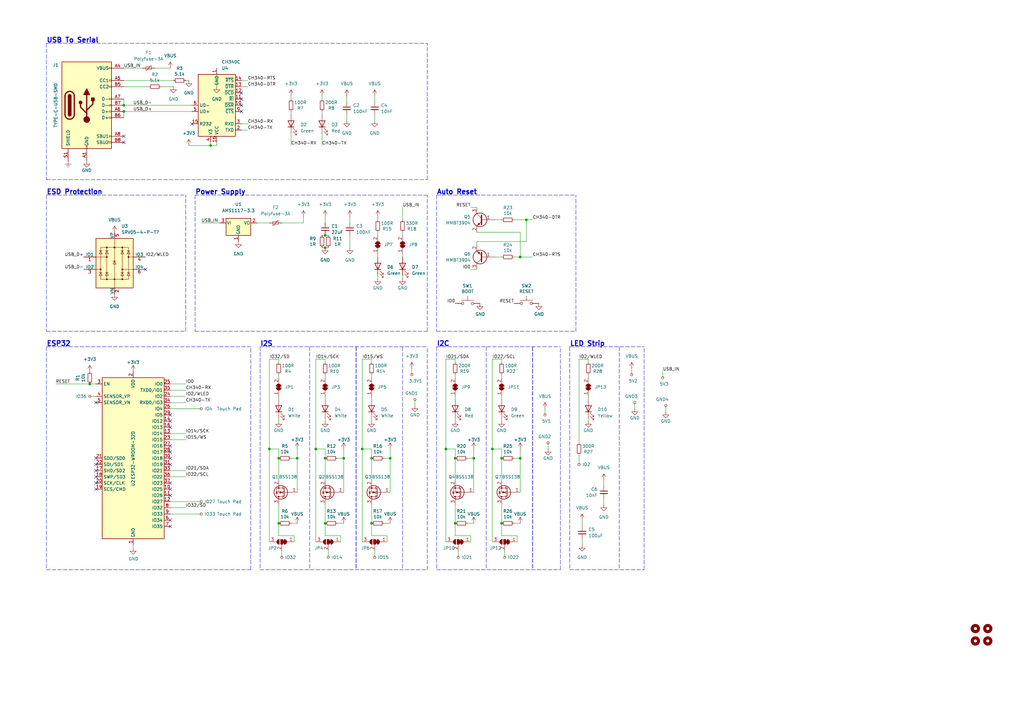
<source format=kicad_sch>
(kicad_sch (version 20211123) (generator eeschema)
  (paper "A3")
  (junction (at 201.93 184.15))
  (junction (at 129.54 184.15))
  (junction (at 152.4 187.96))
  (junction (at 86.36 59.69))
  (junction (at 110.49 184.15))
  (junction (at 152.4 214.63))
  (junction (at 205.74 187.96))
  (junction (at 140.97 187.96))
  (junction (at 194.31 187.96))
  (junction (at 114.3 214.63))
  (junction (at 114.3 187.96))
  (junction (at 121.92 187.96))
  (junction (at 50.8 45.72))
  (junction (at 182.88 184.15))
  (junction (at 50.8 43.18))
  (junction (at 36.83 157.48))
  (junction (at 148.59 184.15))
  (junction (at 213.36 105.41))
  (junction (at 213.36 187.96))
  (junction (at 133.35 96.52))
  (junction (at 133.35 101.6))
  (junction (at 160.02 187.96))
  (junction (at 186.69 187.96))
  (junction (at 133.35 187.96))
  (junction (at 205.74 214.63))
  (junction (at 186.69 214.63))
  (junction (at 215.9 90.17))
  (junction (at 133.35 214.63))
  (no_connect (at 59.69 110.49))
  (no_connect (at 69.85 182.88))
  (no_connect (at 69.85 185.42))
  (no_connect (at 50.8 58.42))
  (no_connect (at 50.8 55.88))
  (no_connect (at 39.37 200.66))
  (no_connect (at 39.37 198.12))
  (no_connect (at 39.37 195.58))
  (no_connect (at 39.37 193.04))
  (no_connect (at 39.37 190.5))
  (no_connect (at 39.37 187.96))
  (no_connect (at 69.85 215.9))
  (no_connect (at 69.85 213.36))
  (no_connect (at 39.37 165.1))
  (no_connect (at 69.85 172.72))
  (no_connect (at 78.74 50.8))
  (no_connect (at 99.06 43.18))
  (no_connect (at 99.06 45.72))
  (no_connect (at 99.06 38.1))
  (no_connect (at 99.06 40.64))
  (no_connect (at 69.85 175.26))
  (no_connect (at 69.85 198.12))
  (no_connect (at 69.85 200.66))
  (no_connect (at 69.85 187.96))
  (no_connect (at 69.85 190.5))
  (no_connect (at 69.85 170.18))
  (no_connect (at 69.85 203.2))
  (polyline (pts (xy 19.05 80.01) (xy 19.05 135.89)))
  (wire (pts (xy 186.69 153.67) (xy 186.69 154.94)))
  (polyline (pts (xy 179.07 142.24) (xy 179.07 233.68)))
  (wire (pts (xy 133.35 171.45) (xy 133.35 172.72)))
  (wire (pts (xy 69.85 193.04) (xy 76.2 193.04)))
  (wire (pts (xy 205.74 184.15) (xy 205.74 187.96)))
  (wire (pts (xy 132.08 101.6) (xy 133.35 101.6)))
  (wire (pts (xy 114.3 162.56) (xy 114.3 163.83)))
  (wire (pts (xy 69.85 210.82) (xy 82.55 210.82)))
  (wire (pts (xy 205.74 207.01) (xy 205.74 214.63)))
  (polyline (pts (xy 233.68 142.24) (xy 264.16 142.24)))
  (wire (pts (xy 132.08 96.52) (xy 133.35 96.52)))
  (wire (pts (xy 50.8 35.56) (xy 60.96 35.56)))
  (wire (pts (xy 152.4 147.32) (xy 152.4 148.59)))
  (wire (pts (xy 133.35 162.56) (xy 133.35 163.83)))
  (polyline (pts (xy 146.05 142.24) (xy 146.05 233.68)))
  (wire (pts (xy 124.46 91.44) (xy 124.46 88.9)))
  (wire (pts (xy 114.3 207.01) (xy 114.3 214.63)))
  (polyline (pts (xy 19.05 135.89) (xy 76.2 135.89)))
  (wire (pts (xy 142.24 39.37) (xy 142.24 41.91)))
  (wire (pts (xy 121.92 187.96) (xy 121.92 184.15)))
  (wire (pts (xy 237.49 147.32) (xy 237.49 181.61)))
  (wire (pts (xy 153.67 46.99) (xy 153.67 49.53)))
  (wire (pts (xy 160.02 187.96) (xy 160.02 184.15)))
  (wire (pts (xy 69.85 167.64) (xy 82.55 167.64)))
  (wire (pts (xy 201.93 184.15) (xy 205.74 184.15)))
  (wire (pts (xy 69.85 157.48) (xy 76.2 157.48)))
  (wire (pts (xy 63.5 27.94) (xy 69.85 27.94)))
  (wire (pts (xy 86.36 58.42) (xy 86.36 59.69)))
  (wire (pts (xy 69.85 177.8) (xy 76.2 177.8)))
  (wire (pts (xy 160.02 201.93) (xy 160.02 187.96)))
  (wire (pts (xy 121.92 201.93) (xy 121.92 187.96)))
  (polyline (pts (xy 199.39 142.24) (xy 199.39 233.68)))
  (polyline (pts (xy 218.44 142.24) (xy 218.44 233.68)))
  (wire (pts (xy 203.2 105.41) (xy 205.74 105.41)))
  (wire (pts (xy 247.65 204.47) (xy 247.65 207.01)))
  (wire (pts (xy 119.38 187.96) (xy 121.92 187.96)))
  (wire (pts (xy 110.49 184.15) (xy 114.3 184.15)))
  (wire (pts (xy 186.69 219.71) (xy 193.04 219.71)))
  (wire (pts (xy 203.2 90.17) (xy 205.74 90.17)))
  (wire (pts (xy 143.51 96.52) (xy 143.51 101.6)))
  (wire (pts (xy 194.31 187.96) (xy 194.31 184.15)))
  (wire (pts (xy 129.54 184.15) (xy 133.35 184.15)))
  (wire (pts (xy 260.35 167.64) (xy 260.35 165.1)))
  (polyline (pts (xy 80.01 80.01) (xy 80.01 135.89)))
  (wire (pts (xy 69.85 160.02) (xy 76.2 160.02)))
  (wire (pts (xy 115.57 226.06) (xy 115.57 228.6)))
  (wire (pts (xy 186.69 184.15) (xy 186.69 187.96)))
  (wire (pts (xy 142.24 46.99) (xy 142.24 49.53)))
  (polyline (pts (xy 80.01 135.89) (xy 175.26 135.89)))
  (wire (pts (xy 210.82 187.96) (xy 213.36 187.96)))
  (polyline (pts (xy 19.05 17.78) (xy 175.26 17.78)))
  (wire (pts (xy 153.67 226.06) (xy 153.67 228.6)))
  (polyline (pts (xy 102.87 233.68) (xy 102.87 142.24)))
  (wire (pts (xy 119.38 39.37) (xy 119.38 40.64)))
  (wire (pts (xy 154.94 113.03) (xy 154.94 114.3)))
  (polyline (pts (xy 146.05 142.24) (xy 146.05 233.68)))
  (wire (pts (xy 140.97 201.93) (xy 140.97 187.96)))
  (wire (pts (xy 110.49 147.32) (xy 114.3 147.32)))
  (wire (pts (xy 182.88 147.32) (xy 186.69 147.32)))
  (wire (pts (xy 110.49 184.15) (xy 110.49 222.25)))
  (wire (pts (xy 119.38 45.72) (xy 119.38 46.99)))
  (wire (pts (xy 133.35 153.67) (xy 133.35 154.94)))
  (wire (pts (xy 207.01 226.06) (xy 207.01 228.6)))
  (wire (pts (xy 154.94 95.25) (xy 154.94 96.52)))
  (wire (pts (xy 114.3 187.96) (xy 114.3 196.85)))
  (wire (pts (xy 210.82 214.63) (xy 213.36 214.63)))
  (wire (pts (xy 205.74 214.63) (xy 205.74 219.71)))
  (wire (pts (xy 119.38 214.63) (xy 121.92 214.63)))
  (polyline (pts (xy 179.07 135.89) (xy 236.22 135.89)))
  (wire (pts (xy 22.86 157.48) (xy 36.83 157.48)))
  (wire (pts (xy 133.35 214.63) (xy 133.35 219.71)))
  (wire (pts (xy 69.85 165.1) (xy 76.2 165.1)))
  (wire (pts (xy 120.65 219.71) (xy 120.65 222.25)))
  (polyline (pts (xy 229.87 233.68) (xy 229.87 142.24)))
  (wire (pts (xy 182.88 184.15) (xy 182.88 222.25)))
  (polyline (pts (xy 106.68 142.24) (xy 106.68 233.68)))
  (polyline (pts (xy 106.68 233.68) (xy 175.26 233.68)))
  (polyline (pts (xy 179.07 142.24) (xy 229.87 142.24)))
  (polyline (pts (xy 179.07 80.01) (xy 179.07 135.89)))
  (wire (pts (xy 157.48 187.96) (xy 160.02 187.96)))
  (wire (pts (xy 193.04 219.71) (xy 193.04 222.25)))
  (wire (pts (xy 50.8 45.72) (xy 50.8 48.26)))
  (polyline (pts (xy 19.05 142.24) (xy 19.05 233.68)))
  (wire (pts (xy 191.77 214.63) (xy 194.31 214.63)))
  (wire (pts (xy 114.3 219.71) (xy 120.65 219.71)))
  (wire (pts (xy 115.57 91.44) (xy 124.46 91.44)))
  (wire (pts (xy 165.1 113.03) (xy 165.1 114.3)))
  (wire (pts (xy 36.83 157.48) (xy 39.37 157.48)))
  (wire (pts (xy 36.83 162.56) (xy 39.37 162.56)))
  (wire (pts (xy 148.59 147.32) (xy 148.59 184.15)))
  (polyline (pts (xy 179.07 233.68) (xy 229.87 233.68)))
  (wire (pts (xy 205.74 219.71) (xy 212.09 219.71)))
  (wire (pts (xy 182.88 147.32) (xy 182.88 184.15)))
  (polyline (pts (xy 19.05 233.68) (xy 102.87 233.68)))
  (wire (pts (xy 186.69 147.32) (xy 186.69 148.59)))
  (wire (pts (xy 50.8 43.18) (xy 78.74 43.18)))
  (wire (pts (xy 193.04 85.09) (xy 195.58 85.09)))
  (polyline (pts (xy 175.26 135.89) (xy 175.26 80.01)))
  (wire (pts (xy 138.43 187.96) (xy 140.97 187.96)))
  (wire (pts (xy 195.58 99.06) (xy 215.9 99.06)))
  (wire (pts (xy 114.3 184.15) (xy 114.3 187.96)))
  (polyline (pts (xy 236.22 135.89) (xy 236.22 80.01)))
  (polyline (pts (xy 233.68 233.68) (xy 264.16 233.68)))
  (wire (pts (xy 50.8 27.94) (xy 58.42 27.94)))
  (wire (pts (xy 152.4 207.01) (xy 152.4 214.63)))
  (wire (pts (xy 132.08 45.72) (xy 132.08 46.99)))
  (wire (pts (xy 213.36 105.41) (xy 218.44 105.41)))
  (wire (pts (xy 69.85 195.58) (xy 76.2 195.58)))
  (polyline (pts (xy 254 142.24) (xy 254 233.68)))
  (wire (pts (xy 133.35 207.01) (xy 133.35 214.63)))
  (wire (pts (xy 99.06 35.56) (xy 101.6 35.56)))
  (wire (pts (xy 50.8 33.02) (xy 71.12 33.02)))
  (wire (pts (xy 77.47 59.69) (xy 86.36 59.69)))
  (wire (pts (xy 195.58 100.33) (xy 195.58 99.06)))
  (wire (pts (xy 194.31 201.93) (xy 194.31 187.96)))
  (wire (pts (xy 133.35 147.32) (xy 133.35 148.59)))
  (wire (pts (xy 152.4 162.56) (xy 152.4 163.83)))
  (wire (pts (xy 205.74 153.67) (xy 205.74 154.94)))
  (wire (pts (xy 88.9 58.42) (xy 88.9 59.69)))
  (wire (pts (xy 129.54 147.32) (xy 133.35 147.32)))
  (wire (pts (xy 186.69 171.45) (xy 186.69 172.72)))
  (wire (pts (xy 132.08 39.37) (xy 132.08 40.64)))
  (wire (pts (xy 133.35 101.6) (xy 134.62 101.6)))
  (polyline (pts (xy 19.05 17.78) (xy 19.05 73.66)))
  (wire (pts (xy 205.74 171.45) (xy 205.74 172.72)))
  (polyline (pts (xy 80.01 80.01) (xy 175.26 80.01)))
  (wire (pts (xy 114.3 214.63) (xy 114.3 219.71)))
  (wire (pts (xy 191.77 187.96) (xy 194.31 187.96)))
  (wire (pts (xy 165.1 104.14) (xy 165.1 105.41)))
  (wire (pts (xy 157.48 214.63) (xy 160.02 214.63)))
  (wire (pts (xy 88.9 35.56) (xy 88.9 27.94)))
  (polyline (pts (xy 264.16 233.68) (xy 264.16 142.24)))
  (polyline (pts (xy 179.07 80.01) (xy 236.22 80.01)))
  (wire (pts (xy 129.54 184.15) (xy 129.54 222.25)))
  (polyline (pts (xy 106.68 142.24) (xy 175.26 142.24)))
  (wire (pts (xy 205.74 187.96) (xy 205.74 196.85)))
  (wire (pts (xy 186.69 207.01) (xy 186.69 214.63)))
  (wire (pts (xy 119.38 54.61) (xy 119.38 59.69)))
  (polyline (pts (xy 19.05 142.24) (xy 102.87 142.24)))
  (wire (pts (xy 139.7 219.71) (xy 139.7 222.25)))
  (polyline (pts (xy 175.26 233.68) (xy 175.26 142.24)))
  (wire (pts (xy 182.88 184.15) (xy 186.69 184.15)))
  (wire (pts (xy 224.79 184.15) (xy 224.79 181.61)))
  (wire (pts (xy 201.93 147.32) (xy 201.93 184.15)))
  (wire (pts (xy 148.59 184.15) (xy 148.59 222.25)))
  (wire (pts (xy 237.49 186.69) (xy 237.49 190.5)))
  (polyline (pts (xy 19.05 73.66) (xy 175.26 73.66)))
  (wire (pts (xy 223.52 167.64) (xy 223.52 170.18)))
  (wire (pts (xy 170.18 166.37) (xy 170.18 163.83)))
  (wire (pts (xy 241.3 162.56) (xy 241.3 163.83)))
  (wire (pts (xy 186.69 162.56) (xy 186.69 163.83)))
  (wire (pts (xy 133.35 184.15) (xy 133.35 187.96)))
  (wire (pts (xy 143.51 88.9) (xy 143.51 91.44)))
  (wire (pts (xy 152.4 153.67) (xy 152.4 154.94)))
  (wire (pts (xy 205.74 147.32) (xy 205.74 148.59)))
  (wire (pts (xy 201.93 147.32) (xy 205.74 147.32)))
  (polyline (pts (xy 76.2 135.89) (xy 76.2 80.01)))
  (wire (pts (xy 152.4 219.71) (xy 158.75 219.71)))
  (wire (pts (xy 148.59 184.15) (xy 152.4 184.15)))
  (wire (pts (xy 195.58 95.25) (xy 213.36 95.25)))
  (wire (pts (xy 114.3 153.67) (xy 114.3 154.94)))
  (wire (pts (xy 86.36 59.69) (xy 88.9 59.69)))
  (polyline (pts (xy 127 142.24) (xy 127 233.68)))
  (wire (pts (xy 213.36 187.96) (xy 213.36 184.15)))
  (polyline (pts (xy 175.26 73.66) (xy 175.26 17.78)))
  (polyline (pts (xy 19.05 80.01) (xy 76.2 80.01)))
  (wire (pts (xy 271.78 152.4) (xy 271.78 154.94)))
  (wire (pts (xy 213.36 95.25) (xy 213.36 105.41)))
  (wire (pts (xy 50.8 45.72) (xy 78.74 45.72)))
  (wire (pts (xy 54.61 223.52) (xy 54.61 224.79)))
  (wire (pts (xy 148.59 147.32) (xy 152.4 147.32)))
  (wire (pts (xy 158.75 219.71) (xy 158.75 222.25)))
  (wire (pts (xy 133.35 187.96) (xy 133.35 196.85)))
  (wire (pts (xy 241.3 147.32) (xy 241.3 148.59)))
  (wire (pts (xy 76.2 33.02) (xy 77.47 33.02)))
  (wire (pts (xy 69.85 205.74) (xy 82.55 205.74)))
  (wire (pts (xy 140.97 187.96) (xy 140.97 184.15)))
  (wire (pts (xy 193.04 110.49) (xy 195.58 110.49)))
  (wire (pts (xy 132.08 54.61) (xy 132.08 59.69)))
  (wire (pts (xy 138.43 214.63) (xy 140.97 214.63)))
  (wire (pts (xy 210.82 105.41) (xy 213.36 105.41)))
  (wire (pts (xy 153.67 39.37) (xy 153.67 41.91)))
  (wire (pts (xy 154.94 88.9) (xy 154.94 90.17)))
  (wire (pts (xy 69.85 208.28) (xy 76.2 208.28)))
  (wire (pts (xy 133.35 88.9) (xy 133.35 91.44)))
  (wire (pts (xy 69.85 180.34) (xy 76.2 180.34)))
  (wire (pts (xy 82.55 91.44) (xy 90.17 91.44)))
  (wire (pts (xy 205.74 162.56) (xy 205.74 163.83)))
  (wire (pts (xy 66.04 35.56) (xy 71.12 35.56)))
  (wire (pts (xy 187.96 226.06) (xy 187.96 228.6)))
  (wire (pts (xy 134.62 226.06) (xy 134.62 228.6)))
  (wire (pts (xy 201.93 184.15) (xy 201.93 222.25)))
  (wire (pts (xy 110.49 91.44) (xy 105.41 91.44)))
  (wire (pts (xy 152.4 171.45) (xy 152.4 172.72)))
  (wire (pts (xy 238.76 213.36) (xy 238.76 215.9)))
  (wire (pts (xy 186.69 214.63) (xy 186.69 219.71)))
  (wire (pts (xy 259.08 151.13) (xy 259.08 153.67)))
  (wire (pts (xy 69.85 162.56) (xy 76.2 162.56)))
  (wire (pts (xy 152.4 187.96) (xy 152.4 196.85)))
  (polyline (pts (xy 165.1 142.24) (xy 165.1 233.68)))
  (wire (pts (xy 154.94 104.14) (xy 154.94 105.41)))
  (wire (pts (xy 168.91 151.13) (xy 168.91 153.67)))
  (wire (pts (xy 186.69 187.96) (xy 186.69 196.85)))
  (wire (pts (xy 241.3 153.67) (xy 241.3 154.94)))
  (wire (pts (xy 215.9 90.17) (xy 218.44 90.17)))
  (wire (pts (xy 114.3 147.32) (xy 114.3 148.59)))
  (wire (pts (xy 152.4 184.15) (xy 152.4 187.96)))
  (wire (pts (xy 99.06 50.8) (xy 101.6 50.8)))
  (wire (pts (xy 273.05 168.91) (xy 273.05 166.37)))
  (wire (pts (xy 247.65 196.85) (xy 247.65 199.39)))
  (wire (pts (xy 212.09 219.71) (xy 212.09 222.25)))
  (wire (pts (xy 237.49 147.32) (xy 241.3 147.32)))
  (wire (pts (xy 152.4 214.63) (xy 152.4 219.71)))
  (wire (pts (xy 213.36 201.93) (xy 213.36 187.96)))
  (wire (pts (xy 165.1 85.09) (xy 165.1 90.17)))
  (wire (pts (xy 99.06 53.34) (xy 101.6 53.34)))
  (polyline (pts (xy 233.68 142.24) (xy 233.68 233.68)))
  (wire (pts (xy 133.35 219.71) (xy 139.7 219.71)))
  (wire (pts (xy 114.3 171.45) (xy 114.3 172.72)))
  (wire (pts (xy 99.06 33.02) (xy 101.6 33.02)))
  (wire (pts (xy 129.54 147.32) (xy 129.54 184.15)))
  (wire (pts (xy 165.1 95.25) (xy 165.1 96.52)))
  (wire (pts (xy 210.82 90.17) (xy 215.9 90.17)))
  (wire (pts (xy 110.49 147.32) (xy 110.49 184.15)))
  (wire (pts (xy 133.35 96.52) (xy 134.62 96.52)))
  (wire (pts (xy 50.8 40.64) (xy 50.8 43.18)))
  (wire (pts (xy 238.76 220.98) (xy 238.76 223.52)))
  (wire (pts (xy 215.9 99.06) (xy 215.9 90.17)))
  (polyline (pts (xy 218.44 142.24) (xy 218.44 233.68)))
  (wire (pts (xy 241.3 171.45) (xy 241.3 172.72)))
  (text "ESP32\n" (at 19.05 142.24 0) (effects (font (size 2 2) (thickness 0.4) bold) (justify left bottom)))
  (text "I2C\n" (at 179.07 142.24 0) (effects (font (size 2 2) (thickness 0.4) bold) (justify left bottom)))
  (text "USB To Serial" (at 19.05 17.78 0) (effects (font (size 2 2) (thickness 0.4) bold) (justify left bottom)))
  (text "ESD Protection\n" (at 19.05 80.01 0) (effects (font (size 2 2) (thickness 0.4) bold) (justify left bottom)))
  (text "I2S" (at 106.68 142.24 0) (effects (font (size 2 2) (thickness 0.4) bold) (justify left bottom)))
  (text "LED Strip\n" (at 233.68 142.24 0) (effects (font (size 2 2) (thickness 0.4) bold) (justify left bottom)))
  (text "Auto Reset" (at 179.07 80.01 0) (effects (font (size 2 2) (thickness 0.4) bold) (justify left bottom)))
  (text "Power Supply\n" (at 80.01 80.01 0) (effects (font (size 2 2) (thickness 0.4) bold) (justify left bottom)))
  (label "CH340-TX" (at 132.08 59.69 0))
  (label "USB_IN" (at 50.8 27.94 0))
  (label "CH340-RX" (at 76.2 160.02 0))
  (label "USB_D+" (at 34.29 105.41 180))
  (label "USB_IN" (at 165.1 85.09 0))
  (label "IO0" (at 76.2 157.48 0))
  (label "RESET" (at 193.04 85.09 180))
  (label "IO15{slash}WS" (at 76.2 180.34 0))
  (label "RESET" (at 22.86 157.48 0))
  (label "CH340-DTR" (at 218.44 90.17 0))
  (label "IO14{slash}SCK" (at 129.54 147.32 0))
  (label "RESET" (at 210.82 124.46 180))
  (label "IO32{slash}SD" (at 76.2 208.28 0))
  (label "USB_IN" (at 82.55 91.44 0))
  (label "USB_IN" (at 271.78 152.4 0))
  (label "CH340-RX" (at 101.6 50.8 0))
  (label "IO22{slash}SCL" (at 76.2 195.58 0))
  (label "IO0" (at 193.04 110.49 180))
  (label "CH340-TX" (at 76.2 165.1 0))
  (label "CH340-TX" (at 101.6 53.34 0))
  (label "CH340-RTS" (at 218.44 105.41 0))
  (label "IO2{slash}WLED" (at 76.2 162.56 0))
  (label "IO21{slash}SDA" (at 182.88 147.32 0))
  (label "CH340-RTS" (at 101.6 33.02 0))
  (label "USB_D+" (at 54.61 45.72 0))
  (label "IO32{slash}SD" (at 110.49 147.32 0))
  (label "USB_D-" (at 54.61 43.18 0))
  (label "CH340-RX" (at 119.38 59.69 0))
  (label "IO21{slash}SDA" (at 76.2 193.04 0))
  (label "CH340-DTR" (at 101.6 35.56 0))
  (label "IO2{slash}WLED" (at 237.49 147.32 0))
  (label "IO15{slash}WS" (at 148.59 147.32 0))
  (label "IO0" (at 186.69 124.46 180))
  (label "USB_D-" (at 34.29 110.49 180))
  (label "IO22{slash}SCL" (at 201.93 147.32 0))
  (label "IO2{slash}WLED" (at 59.69 105.41 0))
  (label "IO14{slash}SCK" (at 76.2 177.8 0))
  (symbol (lib_id "RF_Module:ESP32-WROOM-32D") (at 54.61 187.96 0) (unit 1)
    (property "Reference" "U2" (at 54.61 198.12 90))
    (property "Value" "ESP32-WROOM-32D" (at 54.61 186.69 90))
    (property "Footprint" "RF_Module:ESP32-WROOM-32" (effects hide))
  )
  (symbol (lib_id "power:GND") (at 54.61 224.79 0) (unit 1)
    (property "Reference" "#PWR025" (effects hide))
    (property "Value" "GND" (at 54.737 229.1842 0))
  )
  (symbol (lib_id "power:+3.3V") (at 54.61 152.4 0) (unit 1)
    (property "Reference" "#PWR024" (effects hide))
    (property "Value" "+3.3V" (at 54.61 148.59 0))
  )
  (symbol (lib_id "Switch:SW_Push") (at 191.77 124.46 0) (unit 1)
    (property "Reference" "SW1" (at 191.77 117.221 0))
    (property "Value" "BOOT" (at 191.77 119.5324 0))
    (property "Footprint" "main:TS-1187A-B-A-B" (effects hide))
    (property "LCSC" "C318884" (effects hide))
  )
  (symbol (lib_id "power:GND") (at 196.85 124.46 0) (unit 1)
    (property "Reference" "#PWR0103" (effects hide))
    (property "Value" "GND" (at 196.977 128.8542 0))
  )
  (symbol (lib_id "power:GND") (at 260.35 167.64 0) (unit 1)
    (property "Reference" "#PWR0104" (effects hide))
    (property "Value" "GND" (at 260.35 171.45 0))
  )
  (symbol (lib_id "Device:R_Small") (at 134.62 99.06 0) (unit 1)
    (property "Reference" "R11" (at 138.43 97.8916 0))
    (property "Value" "1R" (at 138.43 100.203 0))
    (property "Footprint" "Resistor_SMD:R_0402_1005Metric" (effects hide))
    (property "LCSC" "C25086" (effects hide))
  )
  (symbol (lib_id "power:+3.3V") (at 119.38 39.37 0) (unit 1)
    (property "Reference" "#PWR03" (effects hide))
    (property "Value" "+3.3V" (at 119.38 34.29 0))
  )
  (symbol (lib_id "power:+3.3V") (at 154.94 88.9 0) (unit 1)
    (property "Reference" "#PWR032" (effects hide))
    (property "Value" "+3.3V" (at 154.94 83.82 0))
  )
  (symbol (lib_id "Device:LED") (at 205.74 167.64 90) (unit 1)
    (property "Reference" "D9" (at 209.55 167.9574 90) (effects (justify right)))
    (property "Value" "Green" (at 209.55 170.4974 90) (effects (justify right)))
    (property "Footprint" "LED_SMD:LED_0603_1608Metric" (effects hide))
    (property "LCSC" "C72043" (effects hide))
  )
  (symbol (lib_id "power:GND") (at 152.4 172.72 0) (unit 1)
    (property "Reference" "#PWR016" (effects hide))
    (property "Value" "GND" (at 152.4 176.53 0))
  )
  (symbol (lib_id "Jumper:SolderJumper_2_Bridged") (at 165.1 100.33 90) (unit 1)
    (property "Reference" "JP8" (at 167.64 100.3299 90) (effects (justify right)))
    (property "Value" "SolderJumper_2_Bridged" (effects hide))
    (property "Footprint" "Jumper:SolderJumper-2_P1.3mm_Bridged_RoundedPad1.0x1.5mm" (effects hide))
  )
  (symbol (lib_id "power:+3.3V") (at 213.36 184.15 0) (unit 1)
    (property "Reference" "#PWR043" (effects hide))
    (property "Value" "+3.3V" (at 213.36 180.34 0))
  )
  (symbol (lib_id "power:Earth") (at 27.94 66.04 0) (unit 1)
    (property "Reference" "#PWR0101" (effects hide))
    (property "Value" "Earth" (effects hide))
  )
  (symbol (lib_id "Device:R_Small") (at 132.08 43.18 0) (mirror y) (unit 1)
    (property "Reference" "R8" (at 135.89 44.3484 0))
    (property "Value" "200R" (at 135.89 42.037 0))
    (property "Footprint" "Resistor_SMD:R_0402_1005Metric" (effects hide))
    (property "LCSC" "C25087" (effects hide))
  )
  (symbol (lib_id "Device:R_Small") (at 154.94 187.96 90) (unit 1)
    (property "Reference" "R16" (at 154.94 182.9816 90))
    (property "Value" "10k" (at 154.94 185.293 90))
    (property "Footprint" "Resistor_SMD:R_0402_1005Metric" (effects hide))
    (property "LCSC" "C25744" (effects hide))
  )
  (symbol (lib_id "Jumper:SolderJumper_2_Bridged") (at 205.74 158.75 90) (unit 1)
    (property "Reference" "JP11" (at 208.28 158.7499 90) (effects (justify right)))
    (property "Value" "SolderJumper_2_Bridged" (effects hide))
    (property "Footprint" "Jumper:SolderJumper-2_P1.3mm_Bridged_RoundedPad1.0x1.5mm" (effects hide))
  )
  (symbol (lib_id "Connector:USB_C_Receptacle_USB2.0") (at 35.56 43.18 0) (unit 1)
    (property "Reference" "J1" (at 22.86 26.67 0))
    (property "Value" "TYPE-C-USB-SMD" (at 22.86 43.18 90))
    (property "Footprint" "Connector_USB:USB_C_Receptacle_XKB_U262-16XN-4BVC11" (effects hide))
    (property "LCSC" "C167321" (effects hide))
  )
  (symbol (lib_id "Connector:TestPoint_Small") (at 82.55 205.74 0) (unit 1)
    (property "Reference" "IO27" (at 83.82 205.74 0) (effects (justify left)))
    (property "Value" "Touch Pad" (at 88.9 205.74 0) (effects (justify left)))
    (property "Footprint" "main:Touch Pad" (effects hide))
  )
  (symbol (lib_id "Device:C_Small") (at 142.24 44.45 0) (unit 1)
    (property "Reference" "C2" (at 144.78 43.1862 0) (effects (justify left)))
    (property "Value" "100nF" (at 144.78 45.7262 0) (effects (justify left)))
    (property "Footprint" "Capacitor_SMD:C_0402_1005Metric" (effects hide))
    (property "LCSC" "C1525" (effects hide))
  )
  (symbol (lib_id "power:GND") (at 247.65 207.01 0) (mirror y) (unit 1)
    (property "Reference" "#PWR052" (effects hide))
    (property "Value" "GND" (at 247.65 212.09 0))
  )
  (symbol (lib_id "Connector:TestPoint_Small") (at 187.96 228.6 0) (unit 1)
    (property "Reference" "IO21" (at 189.23 228.6 0) (effects (justify left)))
    (property "Value" "IO" (effects hide))
    (property "Footprint" "main:IO Pad" (effects hide))
  )
  (symbol (lib_id "Transistor_FET:BSS138") (at 135.89 201.93 180) (unit 1)
    (property "Reference" "Q2" (at 133.35 195.58 0) (effects (justify left)))
    (property "Value" "BSS138" (at 140.97 195.58 0) (effects (justify left)))
    (property "Footprint" "Package_TO_SOT_SMD:SOT-23" (effects hide))
    (property "LCSC" "C78284" (effects hide))
  )
  (symbol (lib_id "power:VBUS") (at 142.24 39.37 0) (unit 1)
    (property "Reference" "#PWR012" (effects hide))
    (property "Value" "VBUS" (at 142.24 34.29 0))
  )
  (symbol (lib_id "Transistor_FET:BSS138") (at 154.94 201.93 180) (unit 1)
    (property "Reference" "Q3" (at 152.4 195.58 0) (effects (justify left)))
    (property "Value" "BSS138" (at 160.02 195.58 0) (effects (justify left)))
    (property "Footprint" "Package_TO_SOT_SMD:SOT-23" (effects hide))
    (property "LCSC" "C78284" (effects hide))
  )
  (symbol (lib_id "power:GND") (at 114.3 172.72 0) (unit 1)
    (property "Reference" "#PWR02" (effects hide))
    (property "Value" "GND" (at 114.3 176.53 0))
  )
  (symbol (lib_id "Device:C_Small") (at 133.35 93.98 0) (unit 1)
    (property "Reference" "C1" (at 135.89 92.7162 0) (effects (justify left)))
    (property "Value" "22uF" (at 135.89 95.2562 0) (effects (justify left)))
    (property "Footprint" "Capacitor_SMD:C_1206_3216Metric" (effects hide))
    (property "LCSC" "C5672" (effects hide))
  )
  (symbol (lib_id "power:GND") (at 224.79 184.15 0) (unit 1)
    (property "Reference" "#PWR047" (effects hide))
    (property "Value" "GND" (at 224.79 187.96 0))
  )
  (symbol (lib_id "power:GND") (at 170.18 166.37 0) (unit 1)
    (property "Reference" "#PWR038" (effects hide))
    (property "Value" "GND" (at 170.18 170.18 0))
  )
  (symbol (lib_id "Connector:TestPoint_Small") (at 223.52 170.18 0) (unit 1)
    (property "Reference" "5V1" (at 222.25 172.72 0) (effects (justify left)))
    (property "Value" "IO" (effects hide))
    (property "Footprint" "main:IO Pad" (effects hide))
  )
  (symbol (lib_id "Mechanical:MountingHole") (at 400.05 262.89 0) (unit 1)
    (property "Reference" "H3" (effects hide))
    (property "Value" "MountingHole" (effects hide))
    (property "Footprint" "MountingHole:MountingHole_3.2mm_M3_DIN965" (effects hide))
  )
  (symbol (lib_id "Device:R_Small") (at 208.28 105.41 90) (unit 1)
    (property "Reference" "R24" (at 208.28 100.4316 90))
    (property "Value" "10k" (at 208.28 102.743 90))
    (property "Footprint" "Resistor_SMD:R_0402_1005Metric" (effects hide))
    (property "LCSC" "C25744" (effects hide))
  )
  (symbol (lib_id "Device:R_Small") (at 135.89 187.96 90) (unit 1)
    (property "Reference" "R12" (at 135.89 182.9816 90))
    (property "Value" "10k" (at 135.89 185.293 90))
    (property "Footprint" "Resistor_SMD:R_0402_1005Metric" (effects hide))
    (property "LCSC" "C25744" (effects hide))
  )
  (symbol (lib_id "Connector:TestPoint_Small") (at 224.79 181.61 180) (unit 1)
    (property "Reference" "GND2" (at 226.06 179.07 0) (effects (justify left)))
    (property "Value" "IO" (effects hide))
    (property "Footprint" "main:IO Pad" (effects hide))
  )
  (symbol (lib_id "Connector:TestPoint_Small") (at 237.49 190.5 0) (unit 1)
    (property "Reference" "IO2" (at 238.76 190.5 0) (effects (justify left)))
    (property "Value" "IO" (effects hide))
    (property "Footprint" "main:IO Pad" (effects hide))
  )
  (symbol (lib_id "power:+3.3V") (at 194.31 184.15 0) (unit 1)
    (property "Reference" "#PWR040" (effects hide))
    (property "Value" "+3.3V" (at 194.31 180.34 0))
  )
  (symbol (lib_id "power:VBUS") (at 247.65 196.85 0) (mirror y) (unit 1)
    (property "Reference" "#PWR051" (effects hide))
    (property "Value" "VBUS" (at 247.65 191.77 0))
  )
  (symbol (lib_id "Device:R_Small") (at 135.89 214.63 90) (unit 1)
    (property "Reference" "R13" (at 135.89 209.6516 90))
    (property "Value" "10k" (at 135.89 211.963 90))
    (property "Footprint" "Resistor_SMD:R_0402_1005Metric" (effects hide))
    (property "LCSC" "C25744" (effects hide))
  )
  (symbol (lib_id "Mechanical:MountingHole") (at 405.13 262.89 0) (unit 1)
    (property "Reference" "H4" (effects hide))
    (property "Value" "MountingHole" (effects hide))
    (property "Footprint" "MountingHole:MountingHole_3.2mm_M3_DIN965" (effects hide))
  )
  (symbol (lib_id "power:GND") (at 71.12 35.56 0) (unit 1)
    (property "Reference" "#PWR026" (effects hide))
    (property "Value" "GND" (at 71.12 40.64 0))
  )
  (symbol (lib_id "power:GND") (at 143.51 101.6 0) (unit 1)
    (property "Reference" "#PWR014" (effects hide))
    (property "Value" "GND" (at 143.51 106.68 0))
  )
  (symbol (lib_id "power:VBUS") (at 46.99 95.25 0) (unit 1)
    (property "Reference" "#PWR019" (effects hide))
    (property "Value" "VBUS" (at 46.99 90.17 0))
  )
  (symbol (lib_id "Connector:TestPoint_Small") (at 259.08 153.67 0) (unit 1)
    (property "Reference" "5V2" (at 257.81 156.21 0) (effects (justify left)))
    (property "Value" "IO" (effects hide))
    (property "Footprint" "main:IO Pad" (effects hide))
  )
  (symbol (lib_id "power:VBUS") (at 194.31 214.63 0) (unit 1)
    (property "Reference" "#PWR041" (effects hide))
    (property "Value" "VBUS" (at 194.31 210.82 0))
  )
  (symbol (lib_id "power:VBUS") (at 140.97 214.63 0) (unit 1)
    (property "Reference" "#PWR010" (effects hide))
    (property "Value" "VBUS" (at 140.97 210.82 0))
  )
  (symbol (lib_id "Device:R_Small") (at 116.84 214.63 90) (unit 1)
    (property "Reference" "R6" (at 116.84 209.6516 90))
    (property "Value" "10k" (at 116.84 211.963 90))
    (property "Footprint" "Resistor_SMD:R_0402_1005Metric" (effects hide))
    (property "LCSC" "C25744" (effects hide))
  )
  (symbol (lib_id "Power_Protection:SRV05-4") (at 46.99 107.95 0) (unit 1)
    (property "Reference" "U3" (at 49.7587 92.71 0) (effects (justify left)))
    (property "Value" "SRV05-4-P-T7" (at 49.7587 95.25 0) (effects (justify left)))
    (property "Footprint" "Package_TO_SOT_SMD:SOT-23-6" (effects hide))
    (property "LCSC" "C85364" (effects hide))
  )
  (symbol (lib_id "power:GND") (at 186.69 172.72 0) (unit 1)
    (property "Reference" "#PWR039" (effects hide))
    (property "Value" "GND" (at 186.69 176.53 0))
  )
  (symbol (lib_id "power:+3.3V") (at 160.02 184.15 0) (unit 1)
    (property "Reference" "#PWR034" (effects hide))
    (property "Value" "+3.3V" (at 160.02 180.34 0))
  )
  (symbol (lib_id "Interface_USB:CH340C") (at 88.9 43.18 0) (mirror x) (unit 1)
    (property "Reference" "U4" (at 90.9194 27.94 0) (effects (justify left)))
    (property "Value" "CH340C" (at 90.9194 25.4 0) (effects (justify left)))
    (property "Footprint" "Package_SO:SOP-16_3.9x9.9mm_P1.27mm" (effects hide))
    (property "LCSC" "C84681" (effects hide))
  )
  (symbol (lib_id "Device:R_Small") (at 189.23 214.63 90) (unit 1)
    (property "Reference" "R21" (at 189.23 209.6516 90))
    (property "Value" "10k" (at 189.23 211.963 90))
    (property "Footprint" "Resistor_SMD:R_0402_1005Metric" (effects hide))
    (property "LCSC" "C25744" (effects hide))
  )
  (symbol (lib_id "Jumper:SolderJumper_2_Bridged") (at 186.69 158.75 90) (unit 1)
    (property "Reference" "JP9" (at 189.23 158.7499 90) (effects (justify right)))
    (property "Value" "SolderJumper_2_Bridged" (effects hide))
    (property "Footprint" "Jumper:SolderJumper-2_P1.3mm_Bridged_RoundedPad1.0x1.5mm" (effects hide))
  )
  (symbol (lib_id "power:GND") (at 142.24 49.53 0) (unit 1)
    (property "Reference" "#PWR028" (effects hide))
    (property "Value" "GND" (at 142.24 54.61 0))
  )
  (symbol (lib_id "Device:R_Small") (at 165.1 92.71 0) (mirror y) (unit 1)
    (property "Reference" "R18" (at 168.91 93.8784 0))
    (property "Value" "330R" (at 168.91 91.567 0))
    (property "Footprint" "Resistor_SMD:R_0402_1005Metric" (effects hide))
    (property "LCSC" "C25104" (effects hide))
  )
  (symbol (lib_id "Device:R_Small") (at 237.49 184.15 0) (unit 1)
    (property "Reference" "R27" (at 241.3 185.3184 0))
    (property "Value" "300R" (at 241.3 183.007 0))
    (property "Footprint" "Resistor_SMD:R_0402_1005Metric" (effects hide))
    (property "LCSC" "C25102" (effects hide))
  )
  (symbol (lib_id "Device:R_Small") (at 119.38 43.18 0) (mirror y) (unit 1)
    (property "Reference" "R7" (at 123.19 44.3484 0))
    (property "Value" "100R" (at 123.19 42.037 0))
    (property "Footprint" "Resistor_SMD:R_0402_1005Metric" (effects hide))
    (property "LCSC" "C25076" (effects hide))
  )
  (symbol (lib_id "Transistor_FET:BSS138") (at 116.84 201.93 180) (unit 1)
    (property "Reference" "Q1" (at 114.3 195.58 0) (effects (justify left)))
    (property "Value" "BSS138" (at 121.92 195.58 0) (effects (justify left)))
    (property "Footprint" "Package_TO_SOT_SMD:SOT-23" (effects hide))
    (property "LCSC" "C78284" (effects hide))
  )
  (symbol (lib_id "Connector:TestPoint_Small") (at 168.91 153.67 0) (unit 1)
    (property "Reference" "3.3V1" (at 167.64 156.21 0) (effects (justify left)))
    (property "Value" "IO" (effects hide))
    (property "Footprint" "main:IO Pad" (effects hide))
  )
  (symbol (lib_id "Connector:TestPoint_Small") (at 82.55 167.64 0) (unit 1)
    (property "Reference" "IO4" (at 83.82 167.64 0) (effects (justify left)))
    (property "Value" "Touch Pad" (at 88.9 167.64 0) (effects (justify left)))
    (property "Footprint" "main:Touch Pad ST" (effects hide))
  )
  (symbol (lib_id "Connector:TestPoint_Small") (at 115.57 228.6 0) (unit 1)
    (property "Reference" "IO32" (at 116.84 228.6 0) (effects (justify left)))
    (property "Value" "IO" (effects hide))
    (property "Footprint" "main:IO Pad" (effects hide))
  )
  (symbol (lib_id "Transistor_FET:BSS138") (at 189.23 201.93 180) (unit 1)
    (property "Reference" "Q4" (at 186.69 195.58 0) (effects (justify left)))
    (property "Value" "BSS138" (at 194.31 195.58 0) (effects (justify left)))
    (property "Footprint" "Package_TO_SOT_SMD:SOT-23" (effects hide))
    (property "LCSC" "C78284" (effects hide))
  )
  (symbol (lib_id "power:VBUS") (at 223.52 167.64 0) (unit 1)
    (property "Reference" "#PWR046" (effects hide))
    (property "Value" "VBUS" (at 223.52 162.56 0))
  )
  (symbol (lib_id "Device:Polyfuse_Small") (at 60.96 27.94 90) (unit 1)
    (property "Reference" "F1" (at 60.96 21.59 90))
    (property "Value" "Polyfuse-3A" (at 60.96 24.13 90))
    (property "Footprint" "Fuse:Fuse_1206_3216Metric" (effects hide))
    (property "LCSC" "C516068" (effects hide))
  )
  (symbol (lib_id "Device:Polyfuse_Small") (at 113.03 91.44 90) (unit 1)
    (property "Reference" "F2" (at 113.03 85.09 90))
    (property "Value" "Polyfuse-3A" (at 113.03 87.63 90))
    (property "Footprint" "Fuse:Fuse_1206_3216Metric" (effects hide))
    (property "LCSC" "C516068" (effects hide))
  )
  (symbol (lib_id "Jumper:SolderJumper_2_Bridged") (at 133.35 158.75 90) (unit 1)
    (property "Reference" "JP3" (at 135.89 158.7499 90) (effects (justify right)))
    (property "Value" "SolderJumper_2_Bridged" (effects hide))
    (property "Footprint" "Jumper:SolderJumper-2_P1.3mm_Bridged_RoundedPad1.0x1.5mm" (effects hide))
  )
  (symbol (lib_id "power:GND") (at 153.67 49.53 0) (unit 1)
    (property "Reference" "#PWR031" (effects hide))
    (property "Value" "GND" (at 153.67 54.61 0))
  )
  (symbol (lib_id "Device:R_Small") (at 205.74 151.13 0) (mirror y) (unit 1)
    (property "Reference" "R22" (at 209.55 152.2984 0))
    (property "Value" "100R" (at 209.55 149.987 0))
    (property "Footprint" "Resistor_SMD:R_0402_1005Metric" (effects hide))
    (property "LCSC" "C25076" (effects hide))
  )
  (symbol (lib_id "power:GND") (at 77.47 33.02 0) (unit 1)
    (property "Reference" "#PWR023" (effects hide))
    (property "Value" "GND" (at 77.47 38.1 0))
  )
  (symbol (lib_id "Connector:TestPoint_Small") (at 170.18 163.83 180) (unit 1)
    (property "Reference" "GND1" (at 171.45 161.29 0) (effects (justify left)))
    (property "Value" "IO" (effects hide))
    (property "Footprint" "main:IO Pad" (effects hide))
  )
  (symbol (lib_id "Device:C_Small") (at 247.65 201.93 0) (mirror y) (unit 1)
    (property "Reference" "C6" (at 245.11 200.6662 0) (effects (justify left)))
    (property "Value" "10nF" (at 245.11 203.2062 0) (effects (justify left)))
    (property "Footprint" "Capacitor_SMD:C_0402_1005Metric" (effects hide))
    (property "LCSC" "C15195" (effects hide))
  )
  (symbol (lib_id "power:GND") (at 133.35 172.72 0) (unit 1)
    (property "Reference" "#PWR07" (effects hide))
    (property "Value" "GND" (at 133.35 176.53 0))
  )
  (symbol (lib_id "Device:R_Small") (at 189.23 187.96 90) (unit 1)
    (property "Reference" "R20" (at 189.23 182.9816 90))
    (property "Value" "10k" (at 189.23 185.293 90))
    (property "Footprint" "Resistor_SMD:R_0402_1005Metric" (effects hide))
    (property "LCSC" "C25744" (effects hide))
  )
  (symbol (lib_id "Transistor_BJT:MMBT3904") (at 198.12 105.41 180) (unit 1)
    (property "Reference" "Q6" (at 193.04 104.1399 0) (effects (justify left)))
    (property "Value" "MMBT3904" (at 193.04 106.6799 0) (effects (justify left)))
    (property "Footprint" "Package_TO_SOT_SMD:SOT-23" (effects hide))
    (property "LCSC" "C20526" (effects hide))
  )
  (symbol (lib_id "Device:LED") (at 154.94 109.22 90) (unit 1)
    (property "Reference" "D6" (at 158.75 109.5374 90) (effects (justify right)))
    (property "Value" "Green" (at 158.75 112.0774 90) (effects (justify right)))
    (property "Footprint" "LED_SMD:LED_0603_1608Metric" (effects hide))
    (property "LCSC" "C72043" (effects hide))
  )
  (symbol (lib_id "Device:R_Small") (at 133.35 151.13 0) (mirror y) (unit 1)
    (property "Reference" "R10" (at 137.16 152.2984 0))
    (property "Value" "100R" (at 137.16 149.987 0))
    (property "Footprint" "Resistor_SMD:R_0402_1005Metric" (effects hide))
    (property "LCSC" "C25076" (effects hide))
  )
  (symbol (lib_id "power:+3.3V") (at 168.91 151.13 0) (unit 1)
    (property "Reference" "#PWR037" (effects hide))
    (property "Value" "+3.3V" (at 168.91 146.05 0))
  )
  (symbol (lib_id "Device:R_Small") (at 208.28 214.63 90) (unit 1)
    (property "Reference" "R26" (at 208.28 209.6516 90))
    (property "Value" "10k" (at 208.28 211.963 90))
    (property "Footprint" "Resistor_SMD:R_0402_1005Metric" (effects hide))
    (property "LCSC" "C25744" (effects hide))
  )
  (symbol (lib_id "Connector:TestPoint_Small") (at 260.35 165.1 180) (unit 1)
    (property "Reference" "GND3" (at 261.62 162.56 0) (effects (justify left)))
    (property "Value" "IO" (effects hide))
    (property "Footprint" "main:IO Pad" (effects hide))
  )
  (symbol (lib_id "Device:R_Small") (at 241.3 151.13 0) (mirror y) (unit 1)
    (property "Reference" "R28" (at 245.11 152.2984 0))
    (property "Value" "200R" (at 245.11 149.987 0))
    (property "Footprint" "Resistor_SMD:R_0402_1005Metric" (effects hide))
    (property "LCSC" "C25087" (effects hide))
  )
  (symbol (lib_id "Connector:TestPoint_Small") (at 134.62 228.6 0) (unit 1)
    (property "Reference" "IO14" (at 135.89 228.6 0) (effects (justify left)))
    (property "Value" "IO" (effects hide))
    (property "Footprint" "main:IO Pad" (effects hide))
  )
  (symbol (lib_id "Connector:TestPoint_Small") (at 36.83 162.56 180) (unit 1)
    (property "Reference" "IO36" (at 35.56 162.56 0) (effects (justify left)))
    (property "Value" "IO" (effects hide))
    (property "Footprint" "main:IO Pad" (effects hide))
  )
  (symbol (lib_id "Mechanical:MountingHole") (at 405.13 257.81 0) (unit 1)
    (property "Reference" "H2" (effects hide))
    (property "Value" "MountingHole" (effects hide))
    (property "Footprint" "MountingHole:MountingHole_3.2mm_M3_DIN965" (effects hide))
  )
  (symbol (lib_id "Jumper:SolderJumper_3_Bridged12") (at 115.57 222.25 0) (mirror y) (unit 1)
    (property "Reference" "JP2" (at 111.76 224.79 0))
    (property "Value" "SolderJumper_3_Bridged12" (effects hide))
    (property "Footprint" "Jumper:SolderJumper-3_P1.3mm_Bridged12_RoundedPad1.0x1.5mm" (effects hide))
  )
  (symbol (lib_id "Device:LED") (at 152.4 167.64 90) (unit 1)
    (property "Reference" "D5" (at 156.21 167.9574 90) (effects (justify right)))
    (property "Value" "White" (at 156.21 170.4974 90) (effects (justify right)))
    (property "Footprint" "LED_SMD:LED_0603_1608Metric" (effects hide))
    (property "LCSC" "C2290" (effects hide))
  )
  (symbol (lib_id "Device:R_Small") (at 63.5 35.56 90) (unit 1)
    (property "Reference" "R2" (at 63.5 30.5816 90))
    (property "Value" "5.1k" (at 63.5 32.893 90))
    (property "Footprint" "Resistor_SMD:R_0402_1005Metric" (effects hide))
    (property "LCSC" "C25905" (effects hide))
  )
  (symbol (lib_id "power:+3.3V") (at 77.47 59.69 0) (mirror y) (unit 1)
    (property "Reference" "#PWR021" (effects hide))
    (property "Value" "+3.3V" (at 77.47 54.61 0))
  )
  (symbol (lib_id "power:+3.3V") (at 36.83 152.4 0) (unit 1)
    (property "Reference" "#PWR01" (effects hide))
    (property "Value" "+3.3V" (at 36.83 147.32 0))
  )
  (symbol (lib_id "Transistor_FET:BSS138") (at 208.28 201.93 180) (unit 1)
    (property "Reference" "Q7" (at 205.74 195.58 0) (effects (justify left)))
    (property "Value" "BSS138" (at 213.36 195.58 0) (effects (justify left)))
    (property "Footprint" "Package_TO_SOT_SMD:SOT-23" (effects hide))
    (property "LCSC" "C78284" (effects hide))
  )
  (symbol (lib_id "Device:R_Small") (at 116.84 187.96 90) (unit 1)
    (property "Reference" "R5" (at 116.84 182.9816 90))
    (property "Value" "10k" (at 116.84 185.293 90))
    (property "Footprint" "Resistor_SMD:R_0402_1005Metric" (effects hide))
    (property "LCSC" "C25744" (effects hide))
  )
  (symbol (lib_id "Transistor_BJT:MMBT3904") (at 198.12 90.17 0) (mirror y) (unit 1)
    (property "Reference" "Q5" (at 193.04 88.8999 0) (effects (justify left)))
    (property "Value" "MMBT3904" (at 193.04 91.4399 0) (effects (justify left)))
    (property "Footprint" "Package_TO_SOT_SMD:SOT-23" (effects hide))
    (property "LCSC" "C20526" (effects hide))
  )
  (symbol (lib_id "Connector:TestPoint_Small") (at 273.05 166.37 180) (unit 1)
    (property "Reference" "GND4" (at 274.32 163.83 0) (effects (justify left)))
    (property "Value" "IO" (effects hide))
    (property "Footprint" "main:IO Pad" (effects hide))
  )
  (symbol (lib_id "power:GND") (at 154.94 114.3 0) (unit 1)
    (property "Reference" "#PWR033" (effects hide))
    (property "Value" "GND" (at 154.94 118.11 0))
  )
  (symbol (lib_id "Device:R_Small") (at 152.4 151.13 0) (mirror y) (unit 1)
    (property "Reference" "R14" (at 156.21 152.2984 0))
    (property "Value" "100R" (at 156.21 149.987 0))
    (property "Footprint" "Resistor_SMD:R_0402_1005Metric" (effects hide))
    (property "LCSC" "C25076" (effects hide))
  )
  (symbol (lib_id "Device:R_Small") (at 208.28 90.17 90) (unit 1)
    (property "Reference" "R23" (at 208.28 85.1916 90))
    (property "Value" "10k" (at 208.28 87.503 90))
    (property "Footprint" "Resistor_SMD:R_0402_1005Metric" (effects hide))
    (property "LCSC" "C25744" (effects hide))
  )
  (symbol (lib_id "Device:C_Small") (at 153.67 44.45 0) (unit 1)
    (property "Reference" "C4" (at 156.21 43.1862 0) (effects (justify left)))
    (property "Value" "10nF" (at 156.21 45.7262 0) (effects (justify left)))
    (property "Footprint" "Capacitor_SMD:C_0402_1005Metric" (effects hide))
    (property "LCSC" "C15195" (effects hide))
  )
  (symbol (lib_id "power:GND") (at 238.76 223.52 0) (unit 1)
    (property "Reference" "#PWR049" (effects hide))
    (property "Value" "GND" (at 238.76 228.6 0))
  )
  (symbol (lib_id "Regulator_Linear:AMS1117-3.3") (at 97.79 91.44 0) (unit 1)
    (property "Reference" "U1" (at 97.79 83.82 0))
    (property "Value" "AMS1117-3.3" (at 97.79 86.36 0))
    (property "Footprint" "Package_TO_SOT_SMD:SOT-223" (effects hide))
    (property "LCSC" "C6186" (effects hide))
  )
  (symbol (lib_id "power:GND") (at 205.74 172.72 0) (unit 1)
    (property "Reference" "#PWR042" (effects hide))
    (property "Value" "GND" (at 205.74 176.53 0))
  )
  (symbol (lib_id "power:GND") (at 88.9 35.56 0) (mirror y) (unit 1)
    (property "Reference" "#PWR029" (effects hide))
    (property "Value" "GND" (at 88.9 40.64 0))
  )
  (symbol (lib_id "power:GND") (at 97.79 99.06 0) (unit 1)
    (property "Reference" "#PWR015" (effects hide))
    (property "Value" "GND" (at 97.79 104.14 0))
  )
  (symbol (lib_id "power:VBUS") (at 213.36 214.63 0) (unit 1)
    (property "Reference" "#PWR044" (effects hide))
    (property "Value" "VBUS" (at 213.36 210.82 0))
  )
  (symbol (lib_id "Device:R_Small") (at 114.3 151.13 0) (mirror y) (unit 1)
    (property "Reference" "R4" (at 118.11 152.2984 0))
    (property "Value" "100R" (at 118.11 149.987 0))
    (property "Footprint" "Resistor_SMD:R_0402_1005Metric" (effects hide))
    (property "LCSC" "C25076" (effects hide))
  )
  (symbol (lib_id "power:GND") (at 220.98 124.46 0) (unit 1)
    (property "Reference" "#PWR018" (effects hide))
    (property "Value" "GND" (at 221.107 128.8542 0))
  )
  (symbol (lib_id "Device:R_Small") (at 154.94 92.71 0) (mirror y) (unit 1)
    (property "Reference" "R15" (at 158.75 93.8784 0))
    (property "Value" "100R" (at 158.75 91.567 0))
    (property "Footprint" "Resistor_SMD:R_0402_1005Metric" (effects hide))
    (property "LCSC" "C25076" (effects hide))
  )
  (symbol (lib_id "Mechanical:MountingHole") (at 400.05 257.81 0) (unit 1)
    (property "Reference" "H1" (effects hide))
    (property "Value" "MountingHole" (effects hide))
    (property "Footprint" "MountingHole:MountingHole_3.2mm_M3_DIN965" (effects hide))
  )
  (symbol (lib_id "power:+3.3V") (at 143.51 88.9 0) (unit 1)
    (property "Reference" "#PWR013" (effects hide))
    (property "Value" "+3.3V" (at 143.51 83.82 0))
  )
  (symbol (lib_id "Device:R_Small") (at 132.08 99.06 180) (unit 1)
    (property "Reference" "R9" (at 128.27 97.8916 0))
    (property "Value" "1R" (at 128.27 100.203 0))
    (property "Footprint" "Resistor_SMD:R_0402_1005Metric" (effects hide))
    (property "LCSC" "C25086" (effects hide))
  )
  (symbol (lib_id "Jumper:SolderJumper_2_Bridged") (at 114.3 158.75 90) (unit 1)
    (property "Reference" "JP1" (at 116.84 158.7499 90) (effects (justify right)))
    (property "Value" "SolderJumper_2_Bridged" (effects hide))
    (property "Footprint" "Jumper:SolderJumper-2_P1.3mm_Bridged_RoundedPad1.0x1.5mm" (effects hide))
  )
  (symbol (lib_id "power:GND") (at 241.3 172.72 0) (unit 1)
    (property "Reference" "#PWR050" (effects hide))
    (property "Value" "GND" (at 241.3 176.53 0))
  )
  (symbol (lib_id "Device:LED") (at 132.08 50.8 90) (unit 1)
    (property "Reference" "D3" (at 135.89 51.1174 90) (effects (justify right)))
    (property "Value" "Red" (at 135.89 53.6574 90) (effects (justify right)))
    (property "Footprint" "LED_SMD:LED_0603_1608Metric" (effects hide))
    (property "LCSC" "C2286" (effects hide))
  )
  (symbol (lib_id "Jumper:SolderJumper_3_Bridged12") (at 153.67 222.25 0) (mirror y) (unit 1)
    (property "Reference" "JP6" (at 149.86 224.79 0))
    (property "Value" "SolderJumper_3_Bridged12" (effects hide))
    (property "Footprint" "Jumper:SolderJumper-3_P1.3mm_Bridged12_RoundedPad1.0x1.5mm" (effects hide))
  )
  (symbol (lib_id "Device:LED") (at 186.69 167.64 90) (unit 1)
    (property "Reference" "D8" (at 190.5 167.9574 90) (effects (justify right)))
    (property "Value" "Red" (at 190.5 170.4974 90) (effects (justify right)))
    (property "Footprint" "LED_SMD:LED_0603_1608Metric" (effects hide))
    (property "LCSC" "C2286" (effects hide))
  )
  (symbol (lib_id "power:VBUS") (at 121.92 214.63 0) (unit 1)
    (property "Reference" "#PWR05" (effects hide))
    (property "Value" "VBUS" (at 121.92 210.82 0))
  )
  (symbol (lib_id "Device:R_Small") (at 73.66 33.02 90) (unit 1)
    (property "Reference" "R3" (at 73.66 28.0416 90))
    (property "Value" "5.1k" (at 73.66 30.353 90))
    (property "Footprint" "Resistor_SMD:R_0402_1005Metric" (effects hide))
    (property "LCSC" "C25905" (effects hide))
  )
  (symbol (lib_id "Connector:TestPoint_Small") (at 207.01 228.6 0) (unit 1)
    (property "Reference" "IO22" (at 208.28 228.6 0) (effects (justify left)))
    (property "Value" "IO" (effects hide))
    (property "Footprint" "main:IO Pad" (effects hide))
  )
  (symbol (lib_id "Jumper:SolderJumper_3_Bridged12") (at 134.62 222.25 0) (mirror y) (unit 1)
    (property "Reference" "JP4" (at 130.81 224.79 0))
    (property "Value" "SolderJumper_3_Bridged12" (effects hide))
    (property "Footprint" "Jumper:SolderJumper-3_P1.3mm_Bridged12_RoundedPad1.0x1.5mm" (effects hide))
  )
  (symbol (lib_id "Device:R_Small") (at 186.69 151.13 0) (mirror y) (unit 1)
    (property "Reference" "R19" (at 190.5 152.2984 0))
    (property "Value" "200R" (at 190.5 149.987 0))
    (property "Footprint" "Resistor_SMD:R_0402_1005Metric" (effects hide))
    (property "LCSC" "C25087" (effects hide))
  )
  (symbol (lib_id "power:+3.3V") (at 124.46 88.9 0) (unit 1)
    (property "Reference" "#PWR011" (effects hide))
    (property "Value" "+3.3V" (at 124.46 83.82 0))
  )
  (symbol (lib_id "Jumper:SolderJumper_3_Bridged12") (at 187.96 222.25 0) (mirror y) (unit 1)
    (property "Reference" "JP10" (at 184.15 224.79 0))
    (property "Value" "SolderJumper_3_Bridged12" (effects hide))
    (property "Footprint" "Jumper:SolderJumper-3_P1.3mm_Bridged12_RoundedPad1.0x1.5mm" (effects hide))
  )
  (symbol (lib_id "Connector:TestPoint_Small") (at 82.55 210.82 0) (unit 1)
    (property "Reference" "IO33" (at 83.82 210.82 0) (effects (justify left)))
    (property "Value" "Touch Pad" (at 88.9 210.82 0) (effects (justify left)))
    (property "Footprint" "main:Touch Pad" (effects hide))
  )
  (symbol (lib_id "Device:LED") (at 119.38 50.8 90) (unit 1)
    (property "Reference" "D2" (at 123.19 51.1174 90) (effects (justify right)))
    (property "Value" "Green" (at 123.19 53.6574 90) (effects (justify right)))
    (property "Footprint" "LED_SMD:LED_0603_1608Metric" (effects hide))
    (property "LCSC" "C72043" (effects hide))
  )
  (symbol (lib_id "power:+3.3V") (at 133.35 88.9 0) (unit 1)
    (property "Reference" "#PWR09" (effects hide))
    (property "Value" "+3.3V" (at 133.35 83.82 0))
  )
  (symbol (lib_id "Device:LED") (at 165.1 109.22 90) (unit 1)
    (property "Reference" "D7" (at 168.91 109.5374 90) (effects (justify right)))
    (property "Value" "Green" (at 168.91 112.0774 90) (effects (justify right)))
    (property "Footprint" "LED_SMD:LED_0603_1608Metric" (effects hide))
    (property "LCSC" "C72043" (effects hide))
  )
  (symbol (lib_id "Jumper:SolderJumper_3_Bridged12") (at 207.01 222.25 0) (mirror y) (unit 1)
    (property "Reference" "JP12" (at 203.2 224.79 0))
    (property "Value" "SolderJumper_3_Bridged12" (effects hide))
    (property "Footprint" "Jumper:SolderJumper-3_P1.3mm_Bridged12_RoundedPad1.0x1.5mm" (effects hide))
  )
  (symbol (lib_id "power:GND") (at 165.1 114.3 0) (unit 1)
    (property "Reference" "#PWR036" (effects hide))
    (property "Value" "GND" (at 165.1 118.11 0))
  )
  (symbol (lib_id "Device:LED") (at 133.35 167.64 90) (unit 1)
    (property "Reference" "D4" (at 137.16 167.9574 90) (effects (justify right)))
    (property "Value" "White" (at 137.16 170.4974 90) (effects (justify right)))
    (property "Footprint" "LED_SMD:LED_0603_1608Metric" (effects hide))
    (property "LCSC" "C2290" (effects hide))
  )
  (symbol (lib_id "Jumper:SolderJumper_2_Bridged") (at 154.94 100.33 90) (unit 1)
    (property "Reference" "JP7" (at 157.48 100.3299 90) (effects (justify right)))
    (property "Value" "SolderJumper_2_Bridged" (effects hide))
    (property "Footprint" "Jumper:SolderJumper-2_P1.3mm_Bridged_RoundedPad1.0x1.5mm" (effects hide))
  )
  (symbol (lib_id "power:GND") (at 35.56 66.04 0) (unit 1)
    (property "Reference" "#PWR030" (effects hide))
    (property "Value" "GND" (at 35.56 69.85 0))
  )
  (symbol (lib_id "power:GND") (at 46.99 120.65 0) (unit 1)
    (property "Reference" "#PWR027" (effects hide))
    (property "Value" "GND" (at 46.99 125.73 0))
  )
  (symbol (lib_id "power:GND") (at 133.35 101.6 0) (unit 1)
    (property "Reference" "#PWR017" (effects hide))
    (property "Value" "GND" (at 133.35 106.68 0))
  )
  (symbol (lib_id "Connector:TestPoint_Small") (at 271.78 154.94 0) (unit 1)
    (property "Reference" "5V3" (at 270.51 157.48 0) (effects (justify left)))
    (property "Value" "IO" (effects hide))
    (property "Footprint" "main:IO Pad" (effects hide))
  )
  (symbol (lib_id "Device:R_Small") (at 208.28 187.96 90) (unit 1)
    (property "Reference" "R25" (at 208.28 182.9816 90))
    (property "Value" "10k" (at 208.28 185.293 90))
    (property "Footprint" "Resistor_SMD:R_0402_1005Metric" (effects hide))
    (property "LCSC" "C25744" (effects hide))
  )
  (symbol (lib_id "Device:LED") (at 114.3 167.64 90) (unit 1)
    (property "Reference" "D1" (at 118.11 167.9574 90) (effects (justify right)))
    (property "Value" "White" (at 118.11 170.4974 90) (effects (justify right)))
    (property "Footprint" "LED_SMD:LED_0603_1608Metric" (effects hide))
    (property "LCSC" "C2290" (effects hide))
  )
  (symbol (lib_id "power:VBUS") (at 238.76 213.36 0) (unit 1)
    (property "Reference" "#PWR048" (effects hide))
    (property "Value" "VBUS" (at 238.76 208.28 0))
  )
  (symbol (lib_id "power:VBUS") (at 259.08 151.13 0) (unit 1)
    (property "Reference" "#PWR0102" (effects hide))
    (property "Value" "VBUS" (at 259.08 146.05 0))
  )
  (symbol (lib_id "Device:C_Small") (at 238.76 218.44 0) (unit 1)
    (property "Reference" "C5" (at 241.3 217.1762 0) (effects (justify left)))
    (property "Value" "100uF" (at 241.3 219.7162 0) (effects (justify left)))
    (property "Footprint" "Capacitor_SMD:C_1206_3216Metric" (effects hide))
    (property "LCSC" "C15008" (effects hide))
  )
  (symbol (lib_id "Device:LED") (at 241.3 167.64 90) (unit 1)
    (property "Reference" "D10" (at 245.11 167.9574 90) (effects (justify right)))
    (property "Value" "Yellow" (at 245.11 170.4974 90) (effects (justify right)))
    (property "Footprint" "LED_SMD:LED_0603_1608Metric" (effects hide))
    (property "LCSC" "C72038" (effects hide))
  )
  (symbol (lib_id "Jumper:SolderJumper_2_Bridged") (at 241.3 158.75 90) (unit 1)
    (property "Reference" "JP13" (at 243.84 158.7499 90) (effects (justify right)))
    (property "Value" "SolderJumper_2_Bridged" (effects hide))
    (property "Footprint" "Jumper:SolderJumper-2_P1.3mm_Bridged_RoundedPad1.0x1.5mm" (effects hide))
  )
  (symbol (lib_id "Device:R_Small") (at 36.83 154.94 180) (unit 1)
    (property "Reference" "R1" (at 31.8516 154.94 90))
    (property "Value" "10k" (at 34.163 154.94 90))
    (property "Footprint" "Resistor_SMD:R_0402_1005Metric" (effects hide))
    (property "LCSC" "C25744" (effects hide))
  )
  (symbol (lib_id "Device:R_Small") (at 154.94 214.63 90) (unit 1)
    (property "Reference" "R17" (at 154.94 209.6516 90))
    (property "Value" "10k" (at 154.94 211.963 90))
    (property "Footprint" "Resistor_SMD:R_0402_1005Metric" (effects hide))
    (property "LCSC" "C25744" (effects hide))
  )
  (symbol (lib_id "power:VBUS") (at 153.67 39.37 0) (unit 1)
    (property "Reference" "#PWR022" (effects hide))
    (property "Value" "VBUS" (at 153.67 34.29 0))
  )
  (symbol (lib_id "Device:C_Small") (at 143.51 93.98 0) (unit 1)
    (property "Reference" "C3" (at 146.05 92.7162 0) (effects (justify left)))
    (property "Value" "100nF" (at 146.05 95.2562 0) (effects (justify left)))
    (property "Footprint" "Capacitor_SMD:C_0402_1005Metric" (effects hide))
    (property "LCSC" "C1525" (effects hide))
  )
  (symbol (lib_id "power:VBUS") (at 69.85 27.94 0) (unit 1)
    (property "Reference" "#PWR020" (effects hide))
    (property "Value" "VBUS" (at 69.85 22.86 0))
  )
  (symbol (lib_id "Connector:TestPoint_Small") (at 153.67 228.6 0) (unit 1)
    (property "Reference" "IO15" (at 154.94 228.6 0) (effects (justify left)))
    (property "Value" "IO" (effects hide))
    (property "Footprint" "main:IO Pad" (effects hide))
  )
  (symbol (lib_id "power:+3.3V") (at 132.08 39.37 0) (unit 1)
    (property "Reference" "#PWR06" (effects hide))
    (property "Value" "+3.3V" (at 132.08 34.29 0))
  )
  (symbol (lib_id "Switch:SW_Push") (at 215.9 124.46 0) (unit 1)
    (property "Reference" "SW2" (at 215.9 117.221 0))
    (property "Value" "RESET" (at 215.9 119.5324 0))
    (property "Footprint" "main:TS-1187A-B-A-B" (effects hide))
    (property "LCSC" "C318884" (effects hide))
  )
  (symbol (lib_id "power:+3.3V") (at 140.97 184.15 0) (unit 1)
    (property "Reference" "#PWR08" (effects hide))
    (property "Value" "+3.3V" (at 140.97 180.34 0))
  )
  (symbol (lib_id "power:GND") (at 273.05 168.91 0) (unit 1)
    (property "Reference" "#PWR0105" (effects hide))
    (property "Value" "GND" (at 273.05 172.72 0))
  )
  (symbol (lib_id "power:+3.3V") (at 121.92 184.15 0) (unit 1)
    (property "Reference" "#PWR04" (effects hide))
    (property "Value" "+3.3V" (at 121.92 180.34 0))
  )
  (symbol (lib_id "power:VBUS") (at 160.02 214.63 0) (unit 1)
    (property "Reference" "#PWR035" (effects hide))
    (property "Value" "VBUS" (at 160.02 210.82 0))
  )
  (symbol (lib_id "Jumper:SolderJumper_2_Bridged") (at 152.4 158.75 90) (unit 1)
    (property "Reference" "JP5" (at 154.94 158.7499 90) (effects (justify right)))
    (property "Value" "SolderJumper_2_Bridged" (effects hide))
    (property "Footprint" "Jumper:SolderJumper-2_P1.3mm_Bridged_RoundedPad1.0x1.5mm" (effects hide))
  )
)
</source>
